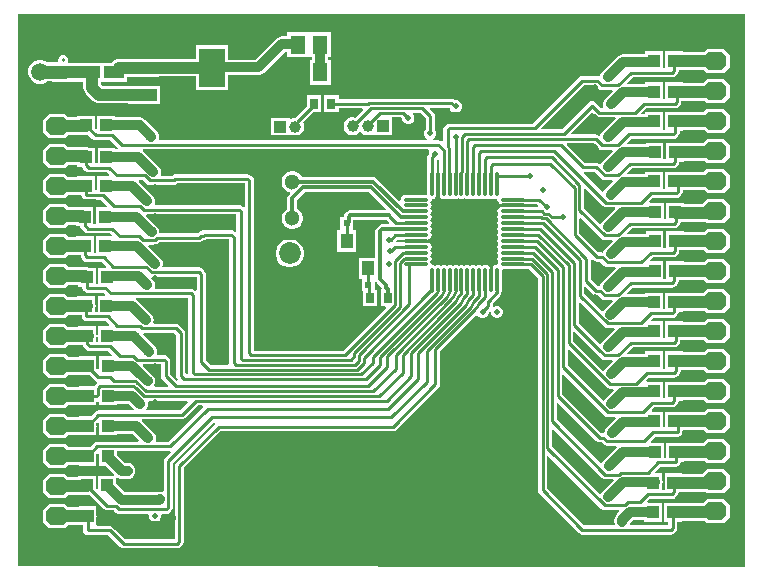
<source format=gtl>
G04*
G04 #@! TF.GenerationSoftware,Altium Limited,Altium Designer,23.10.1 (27)*
G04*
G04 Layer_Physical_Order=1*
G04 Layer_Color=255*
%FSLAX44Y44*%
%MOMM*%
G71*
G04*
G04 #@! TF.SameCoordinates,EDDF8714-B4F6-4BBB-B34A-9CA9A18AB3C3*
G04*
G04*
G04 #@! TF.FilePolarity,Positive*
G04*
G01*
G75*
%ADD13C,0.2540*%
%ADD17R,1.0000X1.1000*%
%ADD18R,0.7000X0.9000*%
%ADD19O,0.3000X2.1000*%
%ADD20O,2.1000X0.3000*%
%ADD21R,1.1000X1.3000*%
%ADD22R,0.6000X0.5000*%
%ADD23R,1.3000X1.6000*%
%ADD24R,2.2000X3.3000*%
%ADD25R,2.2000X1.0000*%
%ADD26R,1.7000X1.1000*%
%ADD47C,0.8130*%
%ADD48C,1.0922*%
%ADD49C,1.0000*%
%ADD50C,0.9906*%
%ADD51C,0.8128*%
%ADD52C,0.2997*%
G04:AMPARAMS|DCode=53|XSize=1.905mm|YSize=1.524mm|CornerRadius=0mm|HoleSize=0mm|Usage=FLASHONLY|Rotation=180.000|XOffset=0mm|YOffset=0mm|HoleType=Round|Shape=Octagon|*
%AMOCTAGOND53*
4,1,8,-0.9525,0.3810,-0.9525,-0.3810,-0.5715,-0.7620,0.5715,-0.7620,0.9525,-0.3810,0.9525,0.3810,0.5715,0.7620,-0.5715,0.7620,-0.9525,0.3810,0.0*
%
%ADD53OCTAGOND53*%

%ADD54C,1.3000*%
%ADD55C,1.8500*%
%ADD56R,1.8500X1.8500*%
%ADD57C,1.0000*%
%ADD58R,1.0000X1.0000*%
%ADD59C,1.5000*%
%ADD60R,1.5000X1.5000*%
%ADD61C,0.5080*%
%ADD62C,1.2700*%
G36*
X623259Y395308D02*
X623486Y393584D01*
X623771Y392895D01*
X623486Y392206D01*
X623259Y390482D01*
Y133095D01*
X623259Y44398D01*
X622360Y43501D01*
X8185Y44523D01*
Y511753D01*
X623259D01*
Y395308D01*
D02*
G37*
%LPC*%
G36*
X605409Y482346D02*
X591439D01*
X589138Y480045D01*
X571030D01*
Y480480D01*
X555950D01*
Y466165D01*
X554030D01*
Y480480D01*
X538950D01*
Y477578D01*
X520192D01*
X518468Y477351D01*
X516861Y476685D01*
X515481Y475627D01*
X502781Y462927D01*
X501722Y461547D01*
X501057Y459940D01*
X501031Y459741D01*
X499663Y459080D01*
X498525Y459307D01*
X485845D01*
X484358Y459011D01*
X483098Y458169D01*
X443849Y418921D01*
X373344D01*
X371857Y418625D01*
X370597Y417783D01*
X369109Y416295D01*
X368267Y415035D01*
X367971Y413548D01*
Y404230D01*
X367256Y403933D01*
X366701Y403831D01*
X365469Y404655D01*
X363982Y404951D01*
X359794D01*
X359541Y406221D01*
X360002Y406411D01*
X361431Y407840D01*
X362204Y409707D01*
Y411729D01*
X361431Y413596D01*
X361009Y414018D01*
Y425232D01*
X360713Y426719D01*
X359871Y427979D01*
X356536Y431314D01*
X357022Y432487D01*
X373370D01*
X373444Y432413D01*
X374153Y430700D01*
X375582Y429271D01*
X377449Y428498D01*
X379470D01*
X381338Y429271D01*
X382767Y430700D01*
X383540Y432567D01*
Y434589D01*
X382767Y436456D01*
X381338Y437885D01*
X379470Y438658D01*
X378186D01*
X377725Y439119D01*
X376465Y439961D01*
X374979Y440257D01*
X305149D01*
X303662Y439961D01*
X303344Y439749D01*
X279478D01*
Y442904D01*
X267398D01*
Y428824D01*
X279478D01*
Y431979D01*
X299350D01*
X299836Y430806D01*
X293162Y424131D01*
X292331Y424354D01*
X290345D01*
X288428Y423840D01*
X286708Y422848D01*
X285305Y421444D01*
X284312Y419724D01*
X283798Y417807D01*
Y415821D01*
X284312Y413904D01*
X285305Y412184D01*
X286708Y410780D01*
X288428Y409788D01*
X290345Y409274D01*
X292331D01*
X294248Y409788D01*
X295968Y410780D01*
X296843Y411656D01*
X297688Y412040D01*
X298533Y411656D01*
X299408Y410780D01*
X301128Y409788D01*
X303045Y409274D01*
X305031D01*
X306948Y409788D01*
X307928Y410353D01*
X309198Y409620D01*
Y409274D01*
X324278D01*
Y424354D01*
X325546Y424359D01*
X332401D01*
X333502Y423258D01*
Y422662D01*
X334275Y420794D01*
X335704Y419365D01*
X337571Y418592D01*
X339593D01*
X341460Y419365D01*
X342889Y420794D01*
X343662Y422662D01*
Y424683D01*
X342889Y426550D01*
X342285Y427153D01*
X342811Y428423D01*
X348439D01*
X353239Y423623D01*
Y414018D01*
X352817Y413596D01*
X352044Y411729D01*
Y409707D01*
X352817Y407840D01*
X354246Y406411D01*
X354707Y406221D01*
X354454Y404951D01*
X128113D01*
X127312Y405951D01*
X127341Y406221D01*
X127565Y407925D01*
X127338Y409649D01*
X126672Y411256D01*
X125614Y412636D01*
X115963Y422287D01*
X114583Y423345D01*
X112976Y424011D01*
X111252Y424238D01*
X90208D01*
Y425616D01*
X75128D01*
Y415162D01*
X73916Y414628D01*
X73208Y415196D01*
Y425616D01*
X58128D01*
Y424673D01*
X50688D01*
X48133Y427228D01*
X34163D01*
X29083Y422148D01*
Y411988D01*
X34163Y406908D01*
X48133D01*
X50688Y409463D01*
X65414D01*
X65969Y409536D01*
X67714D01*
X70926Y406324D01*
X72187Y405482D01*
X73673Y405186D01*
X86144D01*
X92746Y398584D01*
X92439Y397541D01*
X92272Y397314D01*
X90462D01*
Y398692D01*
X75382D01*
Y385647D01*
X73462D01*
Y398692D01*
X68160D01*
X67382Y399014D01*
X65414Y399273D01*
X50688D01*
X48133Y401828D01*
X34163D01*
X29083Y396748D01*
Y386588D01*
X34163Y381508D01*
X48133D01*
X50688Y384063D01*
X58382D01*
Y382612D01*
X62244D01*
X62333Y382162D01*
X63175Y380902D01*
X65062Y379015D01*
X66322Y378173D01*
X67809Y377877D01*
X83253D01*
X85395Y375735D01*
X84909Y374562D01*
X74874D01*
Y362642D01*
X72954D01*
Y365774D01*
X73019Y366268D01*
X72954Y366762D01*
Y374562D01*
X57874D01*
Y373873D01*
X50688D01*
X48133Y376428D01*
X34163D01*
X29083Y371348D01*
Y361188D01*
X34163Y356108D01*
X48133D01*
X50688Y358663D01*
X57874D01*
Y358482D01*
X61584D01*
X61825Y357270D01*
X62667Y356010D01*
X63928Y355168D01*
X65414Y354872D01*
X74421D01*
X74770Y354639D01*
X76257Y354343D01*
X78567D01*
X83337Y349573D01*
X82851Y348400D01*
X73858D01*
Y333831D01*
X71938D01*
Y348400D01*
X56858D01*
Y348219D01*
X50942D01*
X48133Y351028D01*
X34163D01*
X29083Y345948D01*
Y335788D01*
X34163Y330708D01*
X48133D01*
X50434Y333009D01*
X56858D01*
Y332320D01*
X60611D01*
X60809Y331321D01*
X61651Y330061D01*
X64513Y327199D01*
X65774Y326357D01*
X67260Y326061D01*
X86187D01*
X87567Y324681D01*
X87081Y323508D01*
X74366D01*
Y309701D01*
X72446D01*
Y323508D01*
X57366D01*
Y322819D01*
X50942D01*
X48133Y325628D01*
X34163D01*
X29083Y320548D01*
Y310388D01*
X34163Y305308D01*
X48133D01*
X50434Y307609D01*
X57366D01*
Y307428D01*
X61026D01*
X61317Y305962D01*
X62159Y304702D01*
X63792Y303069D01*
X65052Y302227D01*
X66539Y301931D01*
X78909D01*
X82829Y298011D01*
X82343Y296838D01*
X75890D01*
Y283539D01*
X73970D01*
Y296838D01*
X68180D01*
X67132Y297272D01*
X65163Y297532D01*
X50829D01*
X48133Y300228D01*
X34163D01*
X29083Y295148D01*
Y284988D01*
X34163Y279908D01*
X48133D01*
X50546Y282321D01*
X58890D01*
Y280758D01*
X62545D01*
Y279908D01*
X62841Y278421D01*
X63683Y277161D01*
X63937Y276907D01*
X65198Y276065D01*
X66684Y275769D01*
X80433D01*
X82067Y274135D01*
X81581Y272962D01*
X75382D01*
Y259663D01*
X73462D01*
Y262555D01*
X73522Y262700D01*
X73781Y264668D01*
X73522Y266636D01*
X73462Y266781D01*
Y272962D01*
X58382D01*
Y272273D01*
X50688D01*
X48133Y274828D01*
X34163D01*
X29083Y269748D01*
Y259588D01*
X34163Y254508D01*
X48133D01*
X50688Y257063D01*
X58382D01*
Y256882D01*
X62038D01*
Y256032D01*
X62333Y254545D01*
X63175Y253285D01*
X63429Y253031D01*
X64690Y252189D01*
X66176Y251893D01*
X82211D01*
X85369Y248735D01*
X84883Y247562D01*
X76144D01*
Y234263D01*
X74224D01*
Y237155D01*
X74284Y237300D01*
X74543Y239268D01*
X74284Y241236D01*
X74224Y241381D01*
Y247562D01*
X59144D01*
Y246873D01*
X50688D01*
X48133Y249428D01*
X34163D01*
X29083Y244348D01*
Y234188D01*
X34163Y229108D01*
X48133D01*
X50688Y231663D01*
X59144D01*
Y231482D01*
X62972D01*
X63095Y230865D01*
X63937Y229604D01*
X65910Y227631D01*
X67171Y226789D01*
X68657Y226493D01*
X84497D01*
X87909Y223081D01*
X87423Y221908D01*
X76398D01*
Y211454D01*
X75186Y210920D01*
X74478Y211488D01*
Y221908D01*
X59398D01*
Y221332D01*
X50829D01*
X48133Y224028D01*
X34163D01*
X29083Y218948D01*
Y208788D01*
X34163Y203708D01*
X48133D01*
X50546Y206122D01*
X59398D01*
Y205828D01*
X68984D01*
X73398Y201414D01*
X74499Y200679D01*
X74670Y200305D01*
X74694Y200184D01*
X74778Y199253D01*
X73397Y197872D01*
X72555Y196612D01*
X72534Y196508D01*
X59398D01*
Y196073D01*
X50688D01*
X48133Y198628D01*
X34163D01*
X29083Y193548D01*
Y183388D01*
X34163Y178308D01*
X48133D01*
X50688Y180863D01*
X59398D01*
Y180428D01*
X74478D01*
Y183568D01*
X75251Y183934D01*
X76398Y183139D01*
Y180428D01*
X91478D01*
Y181806D01*
X102142D01*
X106328Y177621D01*
X105802Y176351D01*
X76082D01*
X74596Y176055D01*
X73335Y175213D01*
X69484Y171362D01*
X59398D01*
Y170673D01*
X50688D01*
X48133Y173228D01*
X34163D01*
X29083Y168148D01*
Y157988D01*
X34163Y152908D01*
X48133D01*
X50688Y155463D01*
X59398D01*
Y155282D01*
X74478D01*
Y162575D01*
X74543Y163068D01*
X74478Y163561D01*
Y165202D01*
X75186Y165770D01*
X76398Y165236D01*
Y155282D01*
X91478D01*
Y156406D01*
X104937D01*
X110489Y150854D01*
X110002Y149681D01*
X75320D01*
X73833Y149385D01*
X72573Y148543D01*
X69484Y145454D01*
X59398D01*
Y145132D01*
X50829D01*
X48133Y147828D01*
X34163D01*
X29083Y142748D01*
Y132588D01*
X34163Y127508D01*
X48133D01*
X50546Y129922D01*
X59398D01*
Y129374D01*
X74478D01*
Y139294D01*
X75186Y139862D01*
X76398Y139328D01*
Y129374D01*
X82057D01*
X89441Y121989D01*
X88955Y120816D01*
X76144D01*
Y110362D01*
X74932Y109828D01*
X74224Y110396D01*
Y120816D01*
X59144D01*
Y119873D01*
X50688D01*
X48133Y122428D01*
X34163D01*
X29083Y117348D01*
Y107188D01*
X34163Y102108D01*
X48133D01*
X50688Y104663D01*
X66176D01*
X66731Y104736D01*
X68730D01*
X81051Y92415D01*
X82311Y91573D01*
X83798Y91277D01*
X89489D01*
X91057Y89709D01*
X92317Y88867D01*
X93804Y88571D01*
X118493D01*
X119126Y87624D01*
Y85604D01*
X119899Y83736D01*
X121328Y82307D01*
X123195Y81534D01*
X125217D01*
X127084Y82307D01*
X128513Y83736D01*
X129286Y85604D01*
Y87624D01*
X129919Y88571D01*
X133641D01*
X135128Y88867D01*
X136388Y89709D01*
X137876Y91197D01*
X138718Y92457D01*
X139014Y93944D01*
Y131488D01*
X173801Y166275D01*
X174454Y166180D01*
X174710Y165697D01*
X174840Y164840D01*
X141779Y131779D01*
X140937Y130519D01*
X140641Y129032D01*
Y67131D01*
X98969D01*
X88677Y77423D01*
X87416Y78265D01*
X85930Y78561D01*
X75637D01*
X74478Y78828D01*
Y86374D01*
X74543Y86868D01*
X74478Y87362D01*
Y94908D01*
X59398D01*
Y94473D01*
X50688D01*
X48133Y97028D01*
X34163D01*
X29083Y91948D01*
Y81788D01*
X34163Y76708D01*
X48133D01*
X50688Y79263D01*
X59398D01*
Y78828D01*
X63053D01*
Y74676D01*
X63349Y73189D01*
X64191Y71929D01*
X65451Y71087D01*
X66938Y70791D01*
X84321D01*
X94613Y60499D01*
X95873Y59657D01*
X97360Y59361D01*
X143038D01*
X144525Y59657D01*
X145785Y60499D01*
X147273Y61987D01*
X148115Y63247D01*
X148411Y64734D01*
Y127423D01*
X179409Y158421D01*
X325374D01*
X326861Y158717D01*
X328121Y159559D01*
X364189Y195627D01*
X365031Y196887D01*
X365327Y198374D01*
Y226525D01*
X395696Y256895D01*
X396942Y256647D01*
X397021Y256456D01*
X398450Y255027D01*
X400317Y254253D01*
X402338D01*
X404206Y255027D01*
X405635Y256456D01*
X406408Y258323D01*
Y259685D01*
X407243Y260519D01*
X408440Y259921D01*
Y258323D01*
X409213Y256456D01*
X410642Y255027D01*
X412509Y254253D01*
X414530D01*
X416398Y255027D01*
X417827Y256456D01*
X418600Y258323D01*
Y260344D01*
X417827Y262211D01*
X416398Y263640D01*
X414530Y264413D01*
X412509D01*
X411117Y263837D01*
X409982Y264639D01*
X410039Y264925D01*
Y267210D01*
X416179Y273350D01*
X417021Y274610D01*
X417197Y275496D01*
X417323Y275685D01*
X417637Y277261D01*
Y294423D01*
X417927Y295352D01*
X418856Y295642D01*
X436018D01*
X437197Y295877D01*
X440817D01*
X448235Y288459D01*
Y108664D01*
X448531Y107177D01*
X449373Y105917D01*
X483107Y72183D01*
X484367Y71341D01*
X485854Y71045D01*
X560986D01*
X562472Y71341D01*
X563733Y72183D01*
X565221Y73671D01*
X566063Y74931D01*
X566358Y76418D01*
Y82130D01*
X570014D01*
Y82565D01*
X589900D01*
X591439Y81026D01*
X605409D01*
X610489Y86106D01*
Y96266D01*
X605409Y101346D01*
X591439D01*
X587868Y97775D01*
X570014D01*
Y98210D01*
X554934D01*
Y90664D01*
X554869Y90170D01*
X554934Y89676D01*
Y82130D01*
X558589D01*
Y78815D01*
X526639D01*
X525934Y79871D01*
X526119Y80318D01*
X526197Y80912D01*
X528629Y83343D01*
X537934D01*
Y82130D01*
X553014D01*
Y88817D01*
X553179Y89216D01*
X553406Y90940D01*
Y91440D01*
X553179Y93164D01*
X553014Y93563D01*
Y98210D01*
X541315D01*
X540829Y99383D01*
X542717Y101271D01*
X561724D01*
X563211Y101567D01*
X564471Y102409D01*
X566373Y104311D01*
X567215Y105571D01*
X567453Y106768D01*
X570522D01*
Y107203D01*
X590662D01*
X591439Y106426D01*
X605409D01*
X610489Y111506D01*
Y121666D01*
X605409Y126746D01*
X591439D01*
X587106Y122413D01*
X570522D01*
Y122848D01*
X555442D01*
Y109041D01*
X553522D01*
Y113193D01*
X553687Y113592D01*
X553914Y115316D01*
X553687Y117040D01*
X553522Y117439D01*
Y122848D01*
X547825D01*
X547339Y124021D01*
X551808Y128490D01*
X565150D01*
X566637Y128786D01*
X567897Y129628D01*
X568739Y130888D01*
X569035Y132375D01*
Y132930D01*
X571792D01*
Y133619D01*
X589646D01*
X591439Y131826D01*
X605409D01*
X610489Y136906D01*
Y147066D01*
X605409Y152146D01*
X591439D01*
X588122Y148829D01*
X571792D01*
Y149010D01*
X556712D01*
Y141718D01*
X556647Y141224D01*
X556712Y140730D01*
Y136259D01*
X554792D01*
Y149010D01*
X544275D01*
X543789Y150183D01*
X547623Y154017D01*
X566674D01*
X568161Y154313D01*
X569421Y155155D01*
X570263Y156415D01*
X570559Y157902D01*
Y159092D01*
X571284D01*
Y160035D01*
X588630D01*
X591439Y157226D01*
X605409D01*
X610489Y162306D01*
Y172466D01*
X605409Y177546D01*
X591439D01*
X589138Y175245D01*
X567808D01*
X567253Y175172D01*
X556204D01*
Y161786D01*
X554284D01*
Y175172D01*
X544910D01*
X544424Y176345D01*
X546820Y178741D01*
X562138D01*
X563625Y179037D01*
X564885Y179879D01*
X566373Y181367D01*
X567215Y182627D01*
X567511Y184114D01*
Y184238D01*
X571030D01*
Y184927D01*
X589138D01*
X591439Y182626D01*
X605409D01*
X610489Y187706D01*
Y197866D01*
X605409Y202946D01*
X591439D01*
X588630Y200137D01*
X571030D01*
Y200318D01*
X555950D01*
Y186511D01*
X554030D01*
Y200318D01*
X540601D01*
X540075Y201588D01*
X542374Y203887D01*
X563662D01*
X565149Y204183D01*
X566409Y205025D01*
X567897Y206513D01*
X568739Y207773D01*
X569035Y209260D01*
Y210146D01*
X570776D01*
Y210581D01*
X588884D01*
X591439Y208026D01*
X605409D01*
X610489Y213106D01*
Y223266D01*
X605409Y228346D01*
X591439D01*
X588884Y225791D01*
X570776D01*
Y226226D01*
X555696D01*
Y211657D01*
X553776D01*
Y215868D01*
X553914Y216916D01*
X553776Y217964D01*
Y226226D01*
X538696D01*
Y223578D01*
X524307D01*
X523821Y224751D01*
X528865Y229795D01*
X563408D01*
X564895Y230091D01*
X566155Y230933D01*
X567643Y232421D01*
X568485Y233681D01*
X568781Y235168D01*
Y235546D01*
X570776D01*
Y236235D01*
X588630D01*
X591439Y233426D01*
X605409D01*
X610489Y238506D01*
Y248666D01*
X605409Y253746D01*
X591439D01*
X589138Y251445D01*
X570776D01*
Y251626D01*
X555696D01*
Y237565D01*
X553776D01*
Y241268D01*
X553914Y242316D01*
X553776Y243364D01*
Y251626D01*
X544275D01*
X543789Y252799D01*
X545423Y254433D01*
X562002D01*
X563489Y254729D01*
X564749Y255571D01*
X566237Y257059D01*
X567079Y258319D01*
X567374Y259806D01*
Y259930D01*
X571030D01*
Y260365D01*
X589900D01*
X591439Y258826D01*
X605409D01*
X610489Y263906D01*
Y274066D01*
X605409Y279146D01*
X591439D01*
X587868Y275575D01*
X571030D01*
Y276010D01*
X555950D01*
Y262203D01*
X554030D01*
Y276010D01*
X538950D01*
Y274378D01*
X524307D01*
X523821Y275551D01*
X528357Y280087D01*
X562138D01*
X563625Y280383D01*
X564885Y281225D01*
X566373Y282713D01*
X567215Y283973D01*
X567511Y285460D01*
Y286346D01*
X571538D01*
Y287035D01*
X588630D01*
X591439Y284226D01*
X605409D01*
X610489Y289306D01*
Y299466D01*
X605409Y304546D01*
X591439D01*
X589138Y302245D01*
X571538D01*
Y302426D01*
X556458D01*
Y287857D01*
X554538D01*
Y302426D01*
X543871D01*
X543385Y303599D01*
X545781Y305995D01*
X562510D01*
X563997Y306291D01*
X565257Y307133D01*
X566745Y308621D01*
X567587Y309881D01*
X567882Y311368D01*
Y311746D01*
X571538D01*
Y312435D01*
X588630D01*
X591439Y309626D01*
X605409D01*
X610489Y314706D01*
Y324866D01*
X605409Y329946D01*
X591439D01*
X589138Y327645D01*
X571538D01*
Y327826D01*
X556458D01*
Y313765D01*
X554538D01*
Y327826D01*
X539458D01*
Y325178D01*
X524307D01*
X523821Y326351D01*
X527849Y330379D01*
X563662D01*
X565149Y330675D01*
X566409Y331517D01*
X567897Y333005D01*
X568739Y334265D01*
X569035Y335752D01*
Y335876D01*
X571792D01*
Y336057D01*
X590408D01*
X591439Y335026D01*
X605409D01*
X610489Y340106D01*
Y350266D01*
X605409Y355346D01*
X591439D01*
X587360Y351267D01*
X571792D01*
Y351956D01*
X556712D01*
Y338149D01*
X554792D01*
Y351956D01*
X542762D01*
X542276Y353129D01*
X545180Y356033D01*
X565440D01*
X566927Y356329D01*
X568187Y357171D01*
X569675Y358659D01*
X570517Y359919D01*
X570813Y361406D01*
Y362292D01*
X571284D01*
Y362473D01*
X589392D01*
X591439Y360426D01*
X605409D01*
X610489Y365506D01*
Y375666D01*
X605409Y380746D01*
X591439D01*
X588376Y377683D01*
X571284D01*
Y378372D01*
X556204D01*
Y363803D01*
X554284D01*
Y378372D01*
X539204D01*
Y375978D01*
X524307D01*
X523821Y377151D01*
X527849Y381179D01*
X562510D01*
X563997Y381475D01*
X565257Y382317D01*
X566745Y383805D01*
X567587Y385065D01*
X567882Y386552D01*
Y386930D01*
X571538D01*
Y387619D01*
X589646D01*
X591439Y385826D01*
X605409D01*
X610489Y390906D01*
Y401066D01*
X605409Y406146D01*
X591439D01*
X588122Y402829D01*
X571538D01*
Y403010D01*
X556458D01*
Y388949D01*
X554538D01*
Y403010D01*
X539458D01*
Y401378D01*
X524307D01*
X523821Y402551D01*
X527341Y406071D01*
X562900D01*
X564387Y406367D01*
X565647Y407209D01*
X567135Y408697D01*
X567977Y409957D01*
X568273Y411444D01*
Y412838D01*
X571030D01*
Y413273D01*
X589392D01*
X591439Y411226D01*
X605409D01*
X610489Y416306D01*
Y426466D01*
X605409Y431546D01*
X591439D01*
X588376Y428483D01*
X571030D01*
Y428918D01*
X555950D01*
Y413841D01*
X554030D01*
Y428918D01*
X538950D01*
Y426778D01*
X536250D01*
X535764Y427951D01*
X539792Y431979D01*
X564170D01*
X565657Y432275D01*
X566917Y433117D01*
X568405Y434605D01*
X569247Y435865D01*
X569543Y437352D01*
Y437984D01*
X571284D01*
Y438165D01*
X589900D01*
X591439Y436626D01*
X605409D01*
X610489Y441706D01*
Y451866D01*
X605409Y456946D01*
X591439D01*
X587868Y453375D01*
X571284D01*
Y454064D01*
X556204D01*
Y439749D01*
X554284D01*
Y454064D01*
X539204D01*
Y452178D01*
X524307D01*
X523821Y453351D01*
X528865Y458395D01*
X562138D01*
X563625Y458691D01*
X564885Y459533D01*
X566373Y461021D01*
X567215Y462281D01*
X567511Y463768D01*
Y464400D01*
X571030D01*
Y464835D01*
X588630D01*
X591439Y462026D01*
X605409D01*
X610489Y467106D01*
Y477266D01*
X605409Y482346D01*
D02*
G37*
G36*
X254962Y496442D02*
X254042D01*
X253692Y496442D01*
X235962D01*
Y492818D01*
X231134D01*
X229410Y492591D01*
X227803Y491926D01*
X226423Y490867D01*
X208815Y473259D01*
X186000D01*
Y485384D01*
X158920D01*
Y474054D01*
X93402D01*
X91446Y473796D01*
X89623Y473041D01*
X88058Y471840D01*
X87057Y470536D01*
X68766D01*
X68282Y470600D01*
X67798Y470536D01*
X67242D01*
X66758Y470600D01*
X51042D01*
X50772Y470827D01*
X50134Y471772D01*
X50361Y472910D01*
X50065Y474397D01*
X49223Y475657D01*
X48677Y476203D01*
X47417Y477045D01*
X45930Y477341D01*
X44443Y477045D01*
X43183Y476203D01*
X42341Y474943D01*
X42045Y473456D01*
X42259Y472382D01*
X41503Y471112D01*
X32766D01*
X30539Y472398D01*
X27986Y473082D01*
X25342D01*
X22789Y472398D01*
X20499Y471076D01*
X18630Y469207D01*
X17308Y466917D01*
X16624Y464364D01*
Y461720D01*
X17308Y459167D01*
X18630Y456877D01*
X20499Y455008D01*
X22789Y453686D01*
X25342Y453002D01*
X27986D01*
X30539Y453686D01*
X32766Y454972D01*
X37214D01*
Y454456D01*
X63415D01*
Y449439D01*
X63672Y447483D01*
X64427Y445660D01*
X65628Y444095D01*
X71431Y438292D01*
X72997Y437091D01*
X74819Y436336D01*
X76775Y436078D01*
X100760D01*
Y435944D01*
X127840D01*
Y451024D01*
X114821D01*
X113532Y451194D01*
X79906D01*
X78530Y452569D01*
Y454456D01*
X100442D01*
Y458804D01*
X127500D01*
Y458938D01*
X158920D01*
Y447304D01*
X186000D01*
Y459937D01*
X211569D01*
X211576Y459936D01*
X213300Y460163D01*
X214907Y460829D01*
X216287Y461887D01*
X233894Y479494D01*
X235962D01*
Y475362D01*
X253692D01*
X254042Y475362D01*
X254962D01*
X255312Y475362D01*
X257340D01*
Y473074D01*
X254962D01*
Y451994D01*
X273042D01*
Y473074D01*
X270664D01*
Y475362D01*
X273042D01*
Y496442D01*
X255312D01*
X254962Y496442D01*
D02*
G37*
G36*
X264478Y442904D02*
X252398D01*
Y434318D01*
X242180Y424100D01*
X241831D01*
X239914Y423586D01*
X238934Y423021D01*
X237664Y423754D01*
Y424100D01*
X222584D01*
Y409020D01*
X237664D01*
Y409366D01*
X238934Y410099D01*
X239914Y409534D01*
X241831Y409020D01*
X243817D01*
X245734Y409534D01*
X247454Y410527D01*
X248857Y411930D01*
X249850Y413650D01*
X250364Y415567D01*
Y417553D01*
X249850Y419470D01*
X249370Y420302D01*
X257892Y428824D01*
X264478D01*
Y442904D01*
D02*
G37*
%LPD*%
G36*
X499844Y448610D02*
X501104Y447768D01*
X502590Y447472D01*
X511068D01*
X511553Y446299D01*
X505200Y439946D01*
X504142Y438566D01*
X503476Y436959D01*
X503249Y435235D01*
X503474Y433531D01*
X503481Y433458D01*
X502673Y432485D01*
X501617Y432425D01*
X496954Y437087D01*
X495694Y437929D01*
X494207Y438225D01*
X492721Y437929D01*
X491460Y437087D01*
X468468Y414095D01*
X451670D01*
X451184Y415268D01*
X487454Y451537D01*
X496916D01*
X499844Y448610D01*
D02*
G37*
G36*
X497424Y425629D02*
X498685Y424787D01*
X500171Y424492D01*
X513487D01*
X513973Y423318D01*
X502781Y412127D01*
X501722Y410747D01*
X501127Y409310D01*
X499884Y408757D01*
X499748Y408893D01*
X498488Y409735D01*
X497001Y410031D01*
X477051D01*
X476565Y411204D01*
X494207Y428846D01*
X497424Y425629D01*
D02*
G37*
G36*
X499844Y397810D02*
X501104Y396968D01*
X502590Y396672D01*
X511068D01*
X511553Y395499D01*
X502781Y386727D01*
X501735Y385363D01*
X501592Y385187D01*
X500200Y384989D01*
X499278Y385605D01*
X497792Y385901D01*
X487765D01*
X472578Y401088D01*
X473064Y402261D01*
X495392D01*
X499844Y397810D01*
D02*
G37*
G36*
X501904Y372410D02*
X503164Y371568D01*
X504651Y371272D01*
X511068D01*
X511553Y370099D01*
X505045Y363591D01*
X503986Y362211D01*
X503792Y361740D01*
X502294Y361442D01*
X486875Y376861D01*
X487401Y378131D01*
X496183D01*
X501904Y372410D01*
D02*
G37*
G36*
X356360Y395911D02*
X355862Y394710D01*
Y393426D01*
X355771Y393335D01*
X354929Y392075D01*
X354633Y390588D01*
Y378440D01*
X354399Y377261D01*
Y360100D01*
X354109Y359171D01*
X353180Y358881D01*
X336018D01*
X334442Y358567D01*
X333105Y357674D01*
X332212Y356338D01*
X331899Y354761D01*
X332048Y354013D01*
X330877Y353387D01*
X311524Y372741D01*
X310188Y373634D01*
X308612Y373947D01*
X308612Y373947D01*
X248353D01*
X247526Y375380D01*
X245843Y377063D01*
X243781Y378253D01*
X241482Y378869D01*
X239102D01*
X236803Y378253D01*
X234741Y377063D01*
X233058Y375380D01*
X231868Y373319D01*
X231252Y371020D01*
Y368639D01*
X231868Y366340D01*
X233058Y364279D01*
X234741Y362596D01*
X236803Y361405D01*
X237924Y361105D01*
X238304Y359688D01*
X237380Y358765D01*
X236488Y357429D01*
X236174Y355853D01*
X236174Y355853D01*
Y346890D01*
X234741Y346063D01*
X233058Y344380D01*
X231868Y342319D01*
X231252Y340020D01*
Y337639D01*
X231868Y335340D01*
X233058Y333279D01*
X234741Y331596D01*
X236803Y330406D01*
X239102Y329789D01*
X241482D01*
X243781Y330406D01*
X245843Y331596D01*
X247526Y333279D01*
X248716Y335340D01*
X249332Y337639D01*
Y340020D01*
X248716Y342319D01*
X247526Y344380D01*
X245843Y346063D01*
X244410Y346890D01*
Y354148D01*
X251452Y361190D01*
X305034D01*
X319558Y346666D01*
X319072Y345493D01*
X289181D01*
X287605Y345180D01*
X286269Y344287D01*
X286269Y344287D01*
X285000Y343017D01*
X284107Y341682D01*
X283794Y340106D01*
X282579Y339811D01*
X280870D01*
Y329731D01*
X280870D01*
X280435Y328641D01*
X278370D01*
Y310561D01*
X294450D01*
Y328641D01*
X292385D01*
X291950Y329731D01*
X291950D01*
Y335375D01*
X292029Y335773D01*
Y337258D01*
X320196D01*
X322405Y335048D01*
X321919Y333875D01*
X316470D01*
X316470Y333875D01*
X314894Y333562D01*
X313558Y332669D01*
X313558Y332669D01*
X311802Y330913D01*
X310910Y329577D01*
X310596Y328002D01*
X310596Y328002D01*
Y305641D01*
X296370D01*
Y287561D01*
X298870D01*
Y277661D01*
X300158D01*
Y264231D01*
X312238D01*
Y278311D01*
X309950D01*
Y284982D01*
X311220Y285367D01*
X311802Y284496D01*
X315753Y280546D01*
Y279995D01*
X315752Y279994D01*
X315835Y279581D01*
X315158Y278311D01*
X315158D01*
Y264231D01*
X318956D01*
X319442Y263058D01*
X283281Y226897D01*
X207847D01*
Y370876D01*
X207551Y372363D01*
X206709Y373623D01*
X205221Y375111D01*
X203961Y375953D01*
X202474Y376249D01*
X141018D01*
X139531Y375953D01*
X138271Y375111D01*
X138115Y374955D01*
X129661D01*
X128860Y375955D01*
X128889Y376225D01*
X129113Y377929D01*
X128886Y379653D01*
X128221Y381260D01*
X127162Y382640D01*
X114439Y395363D01*
X113724Y395911D01*
X114155Y397181D01*
X355580D01*
X356360Y395911D01*
D02*
G37*
G36*
X364633Y388547D02*
Y378440D01*
X364399Y377261D01*
Y359261D01*
X364712Y357685D01*
X365605Y356349D01*
X366942Y355456D01*
X368518Y355142D01*
X370094Y355456D01*
X371018Y356073D01*
X371942Y355456D01*
X373518Y355142D01*
X375094Y355456D01*
X376018Y356073D01*
X376942Y355456D01*
X378518Y355142D01*
X380094Y355456D01*
X381018Y356073D01*
X381942Y355456D01*
X383518Y355142D01*
X385094Y355456D01*
X386018Y356073D01*
X386942Y355456D01*
X388518Y355142D01*
X390094Y355456D01*
X391018Y356073D01*
X391942Y355456D01*
X393518Y355142D01*
X395094Y355456D01*
X396018Y356073D01*
X396942Y355456D01*
X398518Y355142D01*
X400094Y355456D01*
X401018Y356073D01*
X401942Y355456D01*
X403518Y355142D01*
X405094Y355456D01*
X406018Y356073D01*
X406942Y355456D01*
X408518Y355142D01*
X410094Y355456D01*
X411018Y356073D01*
X411942Y355456D01*
X413518Y355142D01*
X413899Y354761D01*
X414212Y353185D01*
X415105Y351849D01*
X416442Y350956D01*
X418018Y350642D01*
X436018D01*
X437177Y350873D01*
X447551D01*
X448604Y349819D01*
X448118Y348646D01*
X437197D01*
X436018Y348881D01*
X418018D01*
X416442Y348567D01*
X415105Y347674D01*
X414212Y346338D01*
X413899Y344761D01*
X414212Y343185D01*
X414829Y342261D01*
X414212Y341338D01*
X413899Y339761D01*
X414212Y338185D01*
X414830Y337261D01*
X414212Y336338D01*
X413899Y334761D01*
X414212Y333185D01*
X414829Y332261D01*
X414212Y331338D01*
X413899Y329761D01*
X414212Y328185D01*
X414829Y327261D01*
X414212Y326338D01*
X413899Y324761D01*
X414212Y323185D01*
X414830Y322261D01*
X414212Y321338D01*
X413899Y319761D01*
X414212Y318185D01*
X414829Y317261D01*
X414212Y316338D01*
X413899Y314761D01*
X414212Y313185D01*
X414830Y312261D01*
X414212Y311338D01*
X413899Y309761D01*
X414212Y308185D01*
X414829Y307261D01*
X414212Y306338D01*
X413899Y304761D01*
X414212Y303185D01*
X414829Y302261D01*
X414212Y301338D01*
X413899Y299761D01*
X413518Y299381D01*
X411942Y299067D01*
X410605Y298174D01*
X409712Y296838D01*
X409399Y295261D01*
Y278097D01*
X408904Y277584D01*
X408712Y277597D01*
X407637Y278293D01*
Y295261D01*
X407324Y296838D01*
X406431Y298174D01*
X405094Y299067D01*
X403518Y299381D01*
X401942Y299067D01*
X401018Y298450D01*
X400094Y299067D01*
X398518Y299381D01*
X396942Y299067D01*
X396018Y298450D01*
X395094Y299067D01*
X393518Y299381D01*
X391942Y299067D01*
X391018Y298450D01*
X390094Y299067D01*
X388518Y299381D01*
X386942Y299067D01*
X386018Y298450D01*
X385094Y299067D01*
X383518Y299381D01*
X381942Y299067D01*
X381018Y298450D01*
X380094Y299067D01*
X378518Y299381D01*
X376942Y299067D01*
X376018Y298450D01*
X375094Y299067D01*
X373518Y299381D01*
X371942Y299067D01*
X371018Y298450D01*
X370094Y299067D01*
X368518Y299381D01*
X366942Y299067D01*
X366018Y298450D01*
X365094Y299067D01*
X363518Y299381D01*
X361942Y299067D01*
X361018Y298450D01*
X360094Y299067D01*
X358518Y299381D01*
X358137Y299761D01*
X357824Y301338D01*
X357206Y302261D01*
X357824Y303185D01*
X358137Y304761D01*
X357824Y306338D01*
X357206Y307261D01*
X357824Y308185D01*
X358137Y309761D01*
X357824Y311338D01*
X357206Y312261D01*
X357824Y313185D01*
X358137Y314761D01*
X357824Y316338D01*
X356931Y317674D01*
X355594Y318567D01*
X354018Y318881D01*
X336018D01*
X334819Y318642D01*
X328702D01*
X328176Y319912D01*
X329136Y320873D01*
X334859D01*
X336018Y320642D01*
X354018D01*
X355594Y320956D01*
X356931Y321849D01*
X357824Y323185D01*
X358137Y324761D01*
X357824Y326338D01*
X357206Y327261D01*
X357824Y328185D01*
X358137Y329761D01*
X357824Y331338D01*
X357206Y332261D01*
X357824Y333185D01*
X358137Y334761D01*
X357824Y336338D01*
X357206Y337261D01*
X357824Y338185D01*
X358137Y339761D01*
X357824Y341338D01*
X357206Y342261D01*
X357824Y343185D01*
X358137Y344761D01*
X357824Y346338D01*
X357206Y347261D01*
X357824Y348185D01*
X358137Y349761D01*
X357824Y351338D01*
X357206Y352261D01*
X357824Y353185D01*
X358137Y354761D01*
X358518Y355142D01*
X360094Y355456D01*
X361431Y356349D01*
X362324Y357685D01*
X362637Y359261D01*
Y377261D01*
X362403Y378440D01*
Y388523D01*
X363547Y389109D01*
X364633Y388547D01*
D02*
G37*
G36*
X116863Y368323D02*
X118123Y367481D01*
X119610Y367185D01*
X139724D01*
X141211Y367481D01*
X142471Y368323D01*
X142627Y368479D01*
X200077D01*
Y348601D01*
X198807Y348075D01*
X197855Y349028D01*
X196595Y349870D01*
X195108Y350166D01*
X124732D01*
X123931Y351166D01*
X123960Y351436D01*
X124184Y353140D01*
X123957Y354864D01*
X123291Y356471D01*
X122233Y357851D01*
X110080Y370003D01*
X110606Y371273D01*
X113913D01*
X116863Y368323D01*
D02*
G37*
G36*
X503475Y349274D02*
X504735Y348432D01*
X506222Y348136D01*
X513331D01*
X513817Y346963D01*
X502781Y335927D01*
X501735Y334563D01*
X501564Y334352D01*
X500290Y334211D01*
X487247Y347255D01*
Y363843D01*
X488420Y364329D01*
X503475Y349274D01*
D02*
G37*
G36*
X192711Y328030D02*
X191538Y327544D01*
X191215Y327867D01*
X189955Y328709D01*
X188468Y329005D01*
X165934D01*
X164448Y328709D01*
X163316Y327953D01*
X162778D01*
X161291Y327657D01*
X160031Y326815D01*
X159427Y326211D01*
X128646D01*
X127826Y327146D01*
X127599Y328870D01*
X126933Y330477D01*
X125875Y331857D01*
X116508Y341223D01*
X116994Y342396D01*
X192711D01*
Y328030D01*
D02*
G37*
G36*
X501904Y321610D02*
X503164Y320768D01*
X504651Y320472D01*
X511068D01*
X511553Y319299D01*
X505363Y313109D01*
X504305Y311729D01*
X503639Y310122D01*
X503252Y309845D01*
X502702Y309955D01*
X499449D01*
X483183Y326221D01*
Y338672D01*
X484356Y339158D01*
X501904Y321610D01*
D02*
G37*
G36*
X495093Y303323D02*
X496353Y302481D01*
X497840Y302185D01*
X501093D01*
X504486Y298792D01*
X505746Y297950D01*
X507233Y297654D01*
X513649D01*
X514136Y296481D01*
X502781Y285127D01*
X501722Y283747D01*
X501057Y282140D01*
X501014Y281813D01*
X500586Y281507D01*
X498941D01*
X493089Y287359D01*
Y303532D01*
X494359Y304058D01*
X495093Y303323D01*
D02*
G37*
G36*
X159165Y278110D02*
X157895Y277584D01*
X157433Y278047D01*
X156173Y278889D01*
X154686Y279185D01*
X124847D01*
X124046Y280185D01*
X124075Y280455D01*
X124299Y282159D01*
X124072Y283883D01*
X123406Y285490D01*
X122348Y286870D01*
X120960Y288258D01*
X120976Y288387D01*
X121529Y289484D01*
X159165D01*
Y278110D01*
D02*
G37*
G36*
X494585Y274875D02*
X495845Y274033D01*
X497332Y273737D01*
X498977D01*
X501904Y270810D01*
X503164Y269968D01*
X504651Y269672D01*
X511068D01*
X511553Y268499D01*
X504915Y261860D01*
X503868Y260496D01*
X503698Y260285D01*
X502424Y260145D01*
X487501Y275068D01*
Y280300D01*
X488674Y280786D01*
X494585Y274875D01*
D02*
G37*
G36*
X504392Y247189D02*
X505652Y246347D01*
X507139Y246051D01*
X512846D01*
X513333Y244878D01*
X502781Y234327D01*
X501756Y232990D01*
X501572Y232803D01*
X500308Y232642D01*
X482675Y250275D01*
Y267247D01*
X483848Y267733D01*
X504392Y247189D01*
D02*
G37*
G36*
X186833Y216372D02*
X186912Y215975D01*
X185870Y214705D01*
X171340D01*
X166935Y219110D01*
Y291881D01*
X166639Y293368D01*
X165797Y294628D01*
X164309Y296116D01*
X163049Y296958D01*
X161562Y297254D01*
X131162D01*
X130361Y298254D01*
X130390Y298524D01*
X130614Y300228D01*
X130387Y301952D01*
X129721Y303559D01*
X128663Y304939D01*
X118372Y315229D01*
X118858Y316402D01*
X124005D01*
X125492Y316698D01*
X126752Y317540D01*
X127653Y318441D01*
X161036D01*
X162523Y318737D01*
X163783Y319579D01*
X164387Y320183D01*
X164882D01*
X166369Y320479D01*
X167501Y321235D01*
X186833D01*
Y216372D01*
D02*
G37*
G36*
X497789Y224173D02*
X497886Y224028D01*
X501904Y220010D01*
X503164Y219168D01*
X504651Y218872D01*
X511068D01*
X511553Y217699D01*
X505548Y211693D01*
X504501Y210329D01*
X504331Y210118D01*
X503057Y209978D01*
X478103Y234932D01*
Y242200D01*
X479276Y242686D01*
X497789Y224173D01*
D02*
G37*
G36*
X152289Y208244D02*
X152368Y207847D01*
X151566Y206869D01*
X150755Y206840D01*
X149681Y207885D01*
Y241554D01*
X149385Y243041D01*
X148543Y244301D01*
X144320Y248524D01*
X143060Y249366D01*
X141573Y249661D01*
X123383D01*
X122581Y250662D01*
X122610Y250931D01*
X122834Y252636D01*
X122607Y254360D01*
X121942Y255967D01*
X120883Y257346D01*
X108851Y269379D01*
X107852Y270145D01*
X108283Y271415D01*
X152289D01*
Y208244D01*
D02*
G37*
G36*
X141911Y239945D02*
Y205704D01*
X142207Y204217D01*
X143049Y202957D01*
X143482Y202524D01*
X143064Y201146D01*
X142740Y201081D01*
X136981Y206841D01*
Y217713D01*
X136685Y219200D01*
X135843Y220460D01*
X134355Y221948D01*
X133095Y222790D01*
X131608Y223086D01*
X126336D01*
X125535Y224086D01*
X125564Y224356D01*
X125788Y226060D01*
X125561Y227784D01*
X124895Y229391D01*
X123837Y230771D01*
X113986Y240622D01*
X114511Y241892D01*
X139964D01*
X141911Y239945D01*
D02*
G37*
G36*
X129211Y205232D02*
X129507Y203745D01*
X130349Y202485D01*
X135244Y197590D01*
X134758Y196417D01*
X124118D01*
X123595Y197687D01*
X124165Y199063D01*
X124392Y200788D01*
X124165Y202512D01*
X123499Y204119D01*
X122441Y205499D01*
X115900Y212039D01*
X114802Y212882D01*
X113540Y214143D01*
X114026Y215316D01*
X129211D01*
Y205232D01*
D02*
G37*
G36*
X506419Y195628D02*
X507679Y194786D01*
X509166Y194490D01*
X512085D01*
X512572Y193317D01*
X505514Y186259D01*
X504467Y184896D01*
X504297Y184685D01*
X503023Y184544D01*
X473277Y214290D01*
Y227111D01*
X474450Y227597D01*
X506419Y195628D01*
D02*
G37*
G36*
X152008Y183410D02*
X144949Y176351D01*
X117170D01*
X116574Y177621D01*
X117274Y178534D01*
X117940Y180141D01*
X118167Y181865D01*
X117976Y183313D01*
X118721Y184583D01*
X151522D01*
X152008Y183410D01*
D02*
G37*
G36*
X504828Y171751D02*
X506089Y170909D01*
X507575Y170613D01*
X513609D01*
X514095Y169440D01*
X506338Y161684D01*
X505280Y160304D01*
X504614Y158697D01*
X504543Y158161D01*
X503634Y157047D01*
X501989D01*
X468705Y190331D01*
Y206215D01*
X469878Y206702D01*
X504828Y171751D01*
D02*
G37*
G36*
X164708Y179346D02*
X135043Y149681D01*
X125319D01*
X124518Y150681D01*
X124547Y150951D01*
X124771Y152655D01*
X124544Y154379D01*
X123878Y155986D01*
X122820Y157366D01*
X112874Y167311D01*
X113400Y168581D01*
X146558D01*
X148045Y168877D01*
X149305Y169719D01*
X160105Y180519D01*
X164222D01*
X164708Y179346D01*
D02*
G37*
G36*
X497633Y150415D02*
X498893Y149573D01*
X500380Y149277D01*
X502025D01*
X503935Y147367D01*
X505195Y146525D01*
X506682Y146229D01*
X514488D01*
X515014Y144959D01*
X503505Y133450D01*
X502458Y132087D01*
X502288Y131876D01*
X501014Y131735D01*
X464133Y168616D01*
Y182256D01*
X465306Y182742D01*
X497633Y150415D01*
D02*
G37*
G36*
X137280Y140741D02*
X132382Y135844D01*
X131540Y134584D01*
X131244Y133097D01*
Y108048D01*
X130244Y107247D01*
X129974Y107276D01*
X128270Y107500D01*
X126546Y107273D01*
X125254Y106738D01*
X98644D01*
X91224Y114157D01*
Y118783D01*
X92363Y119344D01*
X92553Y119199D01*
X94160Y118533D01*
X95884Y118306D01*
X100838D01*
X102562Y118533D01*
X104169Y119199D01*
X105549Y120257D01*
X106608Y121637D01*
X107273Y123244D01*
X107500Y124968D01*
X107273Y126692D01*
X106608Y128299D01*
X105549Y129679D01*
X104169Y130737D01*
X102562Y131403D01*
X100838Y131630D01*
X98644D01*
X91478Y138795D01*
Y141911D01*
X136652D01*
X136654Y141912D01*
X137280Y140741D01*
D02*
G37*
G36*
X502628Y119134D02*
X503888Y118292D01*
X505375Y117996D01*
X511791D01*
X512277Y116823D01*
X502781Y107327D01*
X501735Y105963D01*
X501564Y105752D01*
X500290Y105611D01*
X460069Y145833D01*
Y160034D01*
X461242Y160520D01*
X502628Y119134D01*
D02*
G37*
G36*
X501904Y93010D02*
X503164Y92168D01*
X504651Y91872D01*
X516656D01*
X517141Y90699D01*
X514973Y88531D01*
X513914Y87151D01*
X513249Y85544D01*
X513022Y83820D01*
Y82042D01*
X513249Y80318D01*
X513434Y79871D01*
X512729Y78815D01*
X487463D01*
X456005Y110273D01*
Y137250D01*
X457178Y137736D01*
X501904Y93010D01*
D02*
G37*
%LPC*%
G36*
X239558Y320907D02*
X236454D01*
X233455Y320104D01*
X230767Y318552D01*
X228572Y316357D01*
X227020Y313668D01*
X226216Y310670D01*
Y307565D01*
X227020Y304567D01*
X228572Y301878D01*
X230767Y299683D01*
X233455Y298131D01*
X236454Y297327D01*
X239558D01*
X242557Y298131D01*
X245245Y299683D01*
X247440Y301878D01*
X248993Y304567D01*
X249796Y307565D01*
Y310670D01*
X248993Y313668D01*
X247440Y316357D01*
X245245Y318552D01*
X242557Y320104D01*
X239558Y320907D01*
D02*
G37*
%LPD*%
D13*
X85930Y74676D02*
X97360Y63246D01*
X144526Y64734D02*
Y129032D01*
X97360Y63246D02*
X143038D01*
X144526Y64734D01*
X405063Y349757D02*
X427020D01*
X345020Y319757D02*
X345108Y319845D01*
X113192Y489496D02*
X114500Y488188D01*
X144526Y129032D02*
X177800Y162306D01*
X133641Y92456D02*
X135129Y93944D01*
Y133097D01*
X93804Y92456D02*
X133641D01*
X91098Y95162D02*
X93804Y92456D01*
X135129Y133097D02*
X172466Y170434D01*
X66684Y112276D02*
X83798Y95162D01*
X165934Y325120D02*
X188468D01*
X164882Y324068D02*
X165934Y325120D01*
X188468D02*
X190718Y322870D01*
Y216372D02*
Y322870D01*
Y216372D02*
X192206Y214884D01*
X293660D01*
X114681Y346281D02*
X195108D01*
X196596Y220436D02*
Y344793D01*
X195108Y346281D02*
X196596Y344793D01*
Y220436D02*
X198084Y218948D01*
X289596D01*
X205450Y223012D02*
X284890D01*
X203962Y224500D02*
X205450Y223012D01*
X202474Y372364D02*
X203962Y370876D01*
Y224500D02*
Y370876D01*
X141018Y372364D02*
X202474D01*
X162778Y324068D02*
X164882D01*
X161036Y322326D02*
X162778Y324068D01*
X139724Y371070D02*
X141018Y372364D01*
X66938Y74676D02*
Y86868D01*
Y74676D02*
X85930D01*
X83798Y95162D02*
X91098D01*
X66684Y112276D02*
Y112776D01*
X66938Y137414D02*
X75320Y145796D01*
X66938Y163322D02*
X76082Y172466D01*
X66938Y213368D02*
Y213868D01*
Y188468D02*
X74656D01*
X66938Y213368D02*
X76145Y204161D01*
X66684Y232351D02*
X68657Y230378D01*
X66684Y232351D02*
Y239268D01*
Y239522D01*
X65922Y256032D02*
X66176Y255778D01*
X65922Y256032D02*
Y264922D01*
X74656Y188468D02*
X76144Y189956D01*
Y195125D01*
X77781Y196762D01*
X106053D01*
X85598Y204216D02*
X88988Y200826D01*
X76145Y204161D02*
X76200Y204216D01*
X85598D01*
X86106Y230378D02*
X94322Y222162D01*
X68657Y230378D02*
X86106D01*
X83820Y255778D02*
X91782Y247816D01*
X66176Y255778D02*
X83820D01*
X82042Y279654D02*
X86396Y275300D01*
X75320Y145796D02*
X136652D01*
X76082Y172466D02*
X146558D01*
X107743Y195327D02*
X114602Y188468D01*
X107487Y195327D02*
X107743D01*
X106053Y196762D02*
X107487Y195327D01*
X108349Y200469D02*
X116285Y192532D01*
X108093Y200469D02*
X108349D01*
X107736Y200826D02*
X108093Y200469D01*
X88988Y200826D02*
X107736D01*
X146558Y172466D02*
X158496Y184404D01*
X133096Y205232D02*
X141732Y196596D01*
X145796Y205704D02*
X148808Y202692D01*
X156174Y208244D02*
X157662Y206756D01*
X133096Y205232D02*
Y217713D01*
X131608Y219201D02*
X133096Y217713D01*
X108761Y219201D02*
X131608D01*
X105800Y222162D02*
X108761Y219201D01*
X94322Y222162D02*
X105800D01*
X145796Y205704D02*
Y241554D01*
X86396Y275300D02*
X154686D01*
X156174Y208244D02*
Y273812D01*
X141573Y245777D02*
X145796Y241554D01*
X113331Y245777D02*
X141573D01*
X111292Y247816D02*
X113331Y245777D01*
X91782Y247816D02*
X111292D01*
X154686Y275300D02*
X156174Y273812D01*
X65414Y366268D02*
Y366522D01*
X64398Y332808D02*
Y340360D01*
X76257Y358228D02*
X80176D01*
X75728Y358757D02*
X76257Y358228D01*
X65414Y358757D02*
X75728D01*
X65414D02*
Y366268D01*
X66684Y279654D02*
X82042D01*
X66430Y279908D02*
X66684Y279654D01*
X66430Y279908D02*
Y288798D01*
X80518Y305816D02*
X88392Y297942D01*
X66539Y305816D02*
X80518D01*
X64906Y307449D02*
X66539Y305816D01*
X64906Y307449D02*
Y315468D01*
X93980Y323762D02*
X110118D01*
X87796Y329946D02*
X93980Y323762D01*
X111458Y349504D02*
X114681Y346281D01*
X88900Y349504D02*
X111458D01*
X80176Y358228D02*
X88900Y349504D01*
X65922Y383649D02*
X67809Y381762D01*
X65922Y383649D02*
Y390652D01*
X65668Y417076D02*
X73673Y409071D01*
X65668Y417076D02*
Y417576D01*
X119610Y371070D02*
X139724D01*
X115522Y375158D02*
X119610Y371070D01*
X91466Y375158D02*
X115522D01*
X84862Y381762D02*
X91466Y375158D01*
X67809Y381762D02*
X84862D01*
X87753Y409071D02*
X95758Y401066D01*
X73673Y409071D02*
X87753D01*
X116538Y297942D02*
X121111Y293369D01*
X88392Y297942D02*
X116538D01*
X113593Y320287D02*
X124005D01*
X126044Y322326D01*
X110118Y323762D02*
X113593Y320287D01*
X126044Y322326D02*
X161036D01*
X67260Y329946D02*
X87796D01*
X64398Y332808D02*
X67260Y329946D01*
X562474Y76418D02*
Y90170D01*
X560986Y74930D02*
X562474Y76418D01*
X452120Y108664D02*
X485854Y74930D01*
X560986D01*
X521921Y95757D02*
X524628Y98464D01*
X504651Y95757D02*
X521921D01*
X524628Y98464D02*
X534416D01*
X87536Y463768D02*
X91536Y467768D01*
X358518Y368261D02*
Y390588D01*
X360942Y393012D01*
Y393699D01*
X45930Y473456D02*
X46476Y472910D01*
X95758Y401066D02*
X363982D01*
X534416Y98464D02*
X541108Y105156D01*
X561724D02*
X563626Y107058D01*
X541108Y105156D02*
X561724D01*
X562982Y114808D02*
X563626Y114164D01*
Y107058D02*
Y114164D01*
X518366Y123190D02*
X541014D01*
X565150Y132375D02*
Y140072D01*
X541014Y123190D02*
X550199Y132375D01*
X565150D01*
X506682Y150114D02*
X538226D01*
X566674Y157902D02*
Y164202D01*
X538226Y150114D02*
X546014Y157902D01*
X566674D01*
X503634Y153162D02*
X506682Y150114D01*
X500380Y153162D02*
X503634D01*
X562138Y182626D02*
X563626Y184114D01*
X537083Y174498D02*
X545211Y182626D01*
X563626Y184114D02*
Y192142D01*
X545211Y182626D02*
X562138D01*
X563662Y207772D02*
X565150Y209260D01*
X531368Y198375D02*
X540765Y207772D01*
X565150Y209260D02*
Y216272D01*
X540765Y207772D02*
X563662D01*
X509166Y198375D02*
X531368D01*
X563408Y233680D02*
X564896Y235168D01*
X527256Y233680D02*
X563408D01*
X564896Y235168D02*
Y241926D01*
X516333Y222757D02*
X527256Y233680D01*
X563490Y259806D02*
Y267970D01*
X543814Y258318D02*
X562002D01*
X535432Y249936D02*
X543814Y258318D01*
X562002D02*
X563490Y259806D01*
X563626Y285460D02*
Y294014D01*
X562138Y283972D02*
X563626Y285460D01*
X516333Y273557D02*
X526748Y283972D01*
X562138D01*
X563998Y311368D02*
Y319786D01*
X562510Y309880D02*
X563998Y311368D01*
X535831Y301539D02*
X544172Y309880D01*
X562510D01*
X526240Y334264D02*
X563662D01*
X565150Y335752D02*
Y343018D01*
X563662Y334264D02*
X565150Y335752D01*
X516333Y324357D02*
X526240Y334264D01*
X565440Y359918D02*
X566928Y361406D01*
X535674Y352021D02*
X543571Y359918D01*
X566928Y361406D02*
Y367148D01*
X543571Y359918D02*
X565440D01*
X563998Y386552D02*
Y394970D01*
X526240Y385064D02*
X562510D01*
X516333Y375157D02*
X526240Y385064D01*
X562510D02*
X563998Y386552D01*
X564388Y411444D02*
Y419980D01*
X562900Y409956D02*
X564388Y411444D01*
X516333Y400557D02*
X525732Y409956D01*
X562900D01*
X564170Y435864D02*
X565658Y437352D01*
X530695Y428376D02*
X538183Y435864D01*
X564170D01*
X565658Y437352D02*
Y444110D01*
X413642Y374561D02*
X441109D01*
X413518Y374437D02*
X413642Y374561D01*
X334010Y428244D02*
X338582Y423672D01*
X304038Y418065D02*
X314217Y428244D01*
X334010D01*
X304038Y416814D02*
Y418065D01*
X374979Y436372D02*
X377773Y433578D01*
X304641Y435864D02*
X305149Y436372D01*
X350048Y432308D02*
X357124Y425232D01*
X306832Y432308D02*
X350048D01*
X273438Y435864D02*
X304641D01*
X305149Y436372D02*
X374979D01*
X291338Y416814D02*
X306832Y432308D01*
X357124Y410718D02*
Y425232D01*
X377773Y433578D02*
X378460D01*
Y390906D02*
Y407670D01*
Y390906D02*
X378518Y390848D01*
X460153Y339598D02*
X469646D01*
X456852Y342899D02*
X460153Y339598D01*
X453475Y342899D02*
X456852D01*
X451613Y344761D02*
X453475Y342899D01*
X427018Y344761D02*
X451613D01*
X451791Y338835D02*
X455169D01*
X450865Y339761D02*
X451791Y338835D01*
X427018Y339761D02*
X450865D01*
X455169Y338835D02*
X489204Y304800D01*
X452385Y334761D02*
X483616Y303530D01*
X427018Y334761D02*
X452385D01*
X413518Y368261D02*
Y374437D01*
X371856Y413548D02*
X373344Y415036D01*
X371856Y398939D02*
X372812Y397983D01*
Y378092D02*
Y397983D01*
X371856Y398939D02*
Y413548D01*
X373344Y415036D02*
X445459D01*
X373518Y368261D02*
Y377386D01*
X372812Y378092D02*
X373518Y377386D01*
X384224Y407628D02*
X386806Y410210D01*
X384224Y378092D02*
Y407628D01*
X383518Y377386D02*
X384224Y378092D01*
X383518Y368261D02*
Y377386D01*
X386806Y410210D02*
X470077D01*
X378518Y368261D02*
Y390848D01*
X242824Y416560D02*
X244251Y417987D01*
X258438Y434864D02*
Y435864D01*
X244251Y420677D02*
X258438Y434864D01*
X244251Y417987D02*
Y420677D01*
X485845Y455422D02*
X498525D01*
X445459Y415036D02*
X485845Y455422D01*
X470077Y410210D02*
X494207Y434340D01*
X500171Y428376D01*
X530695D01*
X497001Y406146D02*
X502590Y400557D01*
X388518Y404658D02*
X390006Y406146D01*
X388518Y368261D02*
Y404658D01*
X390006Y406146D02*
X497001D01*
X502590Y400557D02*
X516333D01*
X395006Y400558D02*
X467614D01*
X393518Y368261D02*
Y399070D01*
X467614Y400558D02*
X486156Y382016D01*
X393518Y399070D02*
X395006Y400558D01*
X398518Y368261D02*
Y394498D01*
X400006Y395986D02*
X462256D01*
X506222Y352021D01*
X398518Y394498D02*
X400006Y395986D01*
X459740Y390906D02*
X483362Y367284D01*
X403518Y368261D02*
Y389418D01*
X405006Y390906D01*
X459740D01*
X408518Y368261D02*
Y383576D01*
X458724Y385064D02*
X479298Y364490D01*
X410006Y385064D02*
X458724D01*
X408518Y383576D02*
X410006Y385064D01*
X325374Y162306D02*
X361442Y198374D01*
Y228134D01*
X177800Y162306D02*
X325374D01*
X324104Y170434D02*
X354330Y200660D01*
X172466Y170434D02*
X324104D01*
X354330Y200660D02*
Y226769D01*
X346964Y203200D02*
Y225151D01*
X168656Y177800D02*
X321564D01*
X346964Y203200D01*
X158496Y184404D02*
X320040D01*
X340868Y205232D01*
Y224802D01*
X136652Y145796D02*
X168656Y177800D01*
X305562Y198120D02*
X320802Y213360D01*
X114602Y188468D02*
X313944D01*
X302768Y202692D02*
X314706Y214630D01*
X141732Y196596D02*
X304074D01*
X157662Y206756D02*
X298704D01*
X313944Y188468D02*
X333756Y208280D01*
X298704Y206756D02*
X308610Y216662D01*
X308864Y192532D02*
X327660Y211328D01*
X333756Y208280D02*
Y223437D01*
X116285Y192532D02*
X308864D01*
X304074Y196596D02*
X305562Y198084D01*
Y198120D01*
X148808Y202692D02*
X302768D01*
X121111Y293369D02*
X161562D01*
X163050Y291881D01*
Y217501D02*
Y291881D01*
X169730Y210820D02*
X295343D01*
X163050Y217501D02*
X169730Y210820D01*
X327660Y211328D02*
Y223089D01*
X320802Y213360D02*
Y221978D01*
X314706Y214630D02*
Y221630D01*
X308610Y216662D02*
Y221281D01*
X284890Y223012D02*
X327492Y265614D01*
X289596Y218948D02*
X292608Y221960D01*
X295343Y210820D02*
X300736Y216213D01*
X293660Y214884D02*
X296672Y217896D01*
X300736Y216213D02*
Y220709D01*
X292608Y221960D02*
Y224949D01*
X300736Y220709D02*
X357201Y277173D01*
X296672Y217896D02*
Y223266D01*
X292608Y224949D02*
X292862Y225203D01*
X452120Y108664D02*
Y290068D01*
X456184Y144224D02*
Y291846D01*
Y144224D02*
X504651Y95757D01*
X442427Y299761D02*
X452120Y290068D01*
X427018Y299761D02*
X442427D01*
X443269Y304761D02*
X456184Y291846D01*
X427018Y304761D02*
X443269D01*
X564252Y140970D02*
X565150Y140072D01*
X517057Y121881D02*
X518366Y123190D01*
X460248Y167007D02*
X505375Y121881D01*
X517057D01*
X460248Y167007D02*
Y293624D01*
X464820Y188722D02*
Y295402D01*
Y188722D02*
X500380Y153162D01*
X444111Y309761D02*
X460248Y293624D01*
X427018Y309761D02*
X444111D01*
X563744Y167132D02*
X566674Y164202D01*
X445461Y314761D02*
X464820Y295402D01*
X427018Y314761D02*
X445461D01*
X563490Y192278D02*
X563626Y192142D01*
X507575Y174498D02*
X537083D01*
X469392Y212681D02*
Y297434D01*
Y212681D02*
X507575Y174498D01*
X474218Y233323D02*
Y299212D01*
Y233323D02*
X509166Y198375D01*
X447065Y319761D02*
X469392Y297434D01*
X427018Y319761D02*
X447065D01*
X563236Y218186D02*
X565150Y216272D01*
X448669Y324761D02*
X474218Y299212D01*
X427018Y324761D02*
X448669D01*
X563236Y243586D02*
X564896Y241926D01*
X500633Y226775D02*
X504651Y222757D01*
X516333D01*
X500633Y226775D02*
Y226823D01*
X478790Y248666D02*
X500633Y226823D01*
X478790Y248666D02*
Y300990D01*
X450019Y329761D02*
X478790Y300990D01*
X427018Y329761D02*
X450019D01*
X507139Y249936D02*
X535432D01*
X483616Y273459D02*
X507139Y249936D01*
X483616Y273459D02*
Y303530D01*
X563626Y294014D02*
X563998Y294386D01*
X489204Y285750D02*
X497332Y277622D01*
X500586D01*
X504651Y273557D01*
X516333D01*
X489204Y285750D02*
Y304800D01*
X479298Y324612D02*
Y364490D01*
Y324612D02*
X497840Y306070D01*
X507233Y301539D02*
X535831D01*
X502702Y306070D02*
X507233Y301539D01*
X497840Y306070D02*
X502702D01*
X564252Y343916D02*
X565150Y343018D01*
X504651Y324357D02*
X516333D01*
X483362Y345646D02*
Y367284D01*
Y345646D02*
X504651Y324357D01*
X563744Y370332D02*
X566928Y367148D01*
X506222Y352021D02*
X535674D01*
X497792Y382016D02*
X504651Y375157D01*
X516333D01*
X486156Y382016D02*
X497792D01*
X563490Y420878D02*
X564388Y419980D01*
X563744Y446024D02*
X565658Y444110D01*
X563626Y463768D02*
Y472304D01*
X562138Y462280D02*
X563626Y463768D01*
X527256Y462280D02*
X562138D01*
X563490Y472440D02*
X563626Y472304D01*
X516333Y451357D02*
X527256Y462280D01*
X502590Y451357D02*
X516333D01*
X498525Y455422D02*
X502590Y451357D01*
X449160Y354757D02*
X455684Y348233D01*
X427020Y354757D02*
X449160D01*
X363982Y401066D02*
X368518Y396530D01*
Y368261D02*
Y396530D01*
X327492Y265614D02*
Y276929D01*
X327406Y277015D02*
Y302969D01*
Y277015D02*
X327492Y276929D01*
X344930Y309673D02*
X345018Y309761D01*
X331470Y278698D02*
X331556Y278612D01*
X331470Y278698D02*
Y301286D01*
X331556Y263931D02*
Y278612D01*
X292862Y225237D02*
X331556Y263931D01*
X334110Y309673D02*
X344930D01*
X327406Y302969D02*
X334110Y309673D01*
X292862Y225203D02*
Y225237D01*
X296672Y223266D02*
X339344Y265938D01*
X331470Y301286D02*
X334857Y304673D01*
X344930D02*
X345018Y304761D01*
X334857Y304673D02*
X344930D01*
X339344Y265938D02*
Y299549D01*
X339557Y299761D01*
X345018D01*
X361442Y228134D02*
X395324Y262016D01*
X354330Y226769D02*
X391260Y263699D01*
X346964Y225151D02*
X387196Y265383D01*
X340868Y224802D02*
X383132Y267066D01*
X333756Y223437D02*
X367030Y256711D01*
X358518Y277386D02*
Y286261D01*
X358306Y277173D02*
X358518Y277386D01*
X357201Y277173D02*
X358306D01*
X308610Y221281D02*
X362812Y275483D01*
X314706Y221630D02*
X366876Y273799D01*
X320802Y221978D02*
X370940Y272116D01*
X327660Y223089D02*
X375004Y270433D01*
X367030Y256711D02*
X367030D01*
X379068Y268749D01*
X391260Y263699D02*
Y264447D01*
X379068Y269497D02*
X380004Y270433D01*
X363518Y277137D02*
Y286261D01*
X375004Y270433D02*
Y271180D01*
X375940Y272116D01*
X383132Y267813D02*
X384068Y268749D01*
X395324Y262763D02*
X396260Y263699D01*
X370940Y272116D02*
Y272863D01*
X371876Y273799D01*
X387196Y266130D02*
X388132Y267066D01*
X366876Y273799D02*
Y274547D01*
X383132Y267066D02*
Y267813D01*
X391260Y264447D02*
X392196Y265383D01*
X387196D02*
Y266130D01*
X379068Y268749D02*
Y269497D01*
X366876Y274547D02*
X367812Y275483D01*
X395324Y262016D02*
Y262763D01*
X362812Y276431D02*
X363518Y277137D01*
X362812Y275483D02*
Y276431D01*
X392196Y265383D02*
Y266130D01*
X396260Y264447D02*
X397196Y265383D01*
X388132Y267813D02*
X389068Y268749D01*
X367812Y275483D02*
Y276431D01*
X380004Y270433D02*
Y271180D01*
X375940Y272863D02*
X376876Y273799D01*
X371876Y274547D02*
X372812Y275483D01*
X388132Y267066D02*
Y267813D01*
X392196Y266130D02*
X393132Y267066D01*
X384068Y269497D02*
X385004Y270433D01*
X384068Y268749D02*
Y269497D01*
X367812Y276431D02*
X368518Y277137D01*
Y286261D01*
X396260Y263699D02*
Y264447D01*
X380004Y271180D02*
X380940Y272116D01*
X371876Y273799D02*
Y274547D01*
X375940Y272116D02*
Y272863D01*
X385004Y271180D02*
X385940Y272116D01*
X393132Y267066D02*
Y267712D01*
X380940Y272863D02*
X381876Y273799D01*
X385004Y270433D02*
Y271180D01*
X373518Y277137D02*
Y286261D01*
X397196Y266029D02*
X403430Y272263D01*
X376876Y274547D02*
X377812Y275483D01*
X372812Y276431D02*
X373518Y277137D01*
X376876Y273799D02*
Y274547D01*
X380940Y272116D02*
Y272863D01*
X389068Y268749D02*
Y269497D01*
X393132Y267712D02*
X398430Y273010D01*
X372812Y275483D02*
Y276431D01*
X389068Y269497D02*
X390004Y270433D01*
X397196Y265383D02*
Y266029D01*
X327433Y314757D02*
X345020D01*
X383430Y275799D02*
Y286173D01*
X377812Y276431D02*
X378518Y277137D01*
X390004Y270878D02*
X393430Y274304D01*
X381876Y274245D02*
X383430Y275799D01*
X377812Y275483D02*
Y276431D01*
X388430Y275051D02*
Y286173D01*
X385940Y272116D02*
Y272561D01*
X390004Y270433D02*
Y270878D01*
X385940Y272561D02*
X388430Y275051D01*
X378518Y277137D02*
Y286261D01*
X381876Y273799D02*
Y274245D01*
X383430Y286173D02*
X383518Y286261D01*
X388430Y286173D02*
X388518Y286261D01*
X393430Y274304D02*
Y286173D01*
X393518Y286261D01*
X398430Y273010D02*
Y286173D01*
X398518Y286261D01*
X403430Y272263D02*
Y286173D01*
X403518Y286261D01*
X401836Y303014D02*
Y311149D01*
X401507Y346201D02*
X405063Y349757D01*
X400820Y346201D02*
X401507D01*
X363520Y350481D02*
X369070Y344931D01*
X363520Y350481D02*
Y368257D01*
X282889Y278891D02*
X286699Y282701D01*
X282202Y278891D02*
X282889D01*
X286699Y282701D02*
X294410D01*
X286410Y283664D02*
Y296601D01*
Y297601D02*
X300180Y311371D01*
Y315371D01*
X304410Y319601D01*
X286410Y296601D02*
Y297601D01*
X300180Y323831D02*
Y331501D01*
X296910Y334771D02*
X300180Y331501D01*
Y323831D02*
X304410Y319601D01*
X296410Y334771D02*
X296910D01*
X378782Y319845D02*
X378976Y320039D01*
X345108Y319845D02*
X378782D01*
X401328Y259333D02*
Y260098D01*
X406154Y264925D01*
Y269239D01*
X413432Y276097D02*
Y286169D01*
X406154Y269239D02*
X406575D01*
X413432Y286169D02*
X413520Y286257D01*
X406575Y269239D02*
X413432Y276097D01*
X322588Y311149D02*
X323825D01*
X327433Y314757D01*
X327527Y324757D02*
X345020D01*
X323571Y320801D02*
X327527Y324757D01*
X322334Y320801D02*
X323571D01*
X321826Y341121D02*
Y341375D01*
Y341121D02*
X328190Y334757D01*
X345020D01*
X304410Y282701D02*
X305304Y281807D01*
Y272165D02*
Y281807D01*
Y272165D02*
X306198Y271271D01*
X286410Y319601D02*
Y334771D01*
X304410Y282701D02*
Y296601D01*
X401836Y311149D02*
X408518Y304467D01*
Y286261D02*
Y304467D01*
X245002Y462534D02*
X245358Y462178D01*
X244850Y486054D02*
X245002Y485902D01*
X244850Y486054D02*
Y486156D01*
X171692Y466496D02*
X171794Y466598D01*
X88348Y488442D02*
X89402Y489496D01*
D17*
X65668Y417576D02*
D03*
X82668D02*
D03*
X83938Y86868D02*
D03*
X66938D02*
D03*
X66938Y188468D02*
D03*
X83938D02*
D03*
X66684Y112776D02*
D03*
X83684D02*
D03*
X66938Y137414D02*
D03*
X83938D02*
D03*
X66938Y163322D02*
D03*
X83938D02*
D03*
X64906Y315468D02*
D03*
X81906D02*
D03*
X65922Y264922D02*
D03*
X82922D02*
D03*
X66430Y288798D02*
D03*
X83430D02*
D03*
X66684Y239522D02*
D03*
X83684D02*
D03*
X66938Y213868D02*
D03*
X83938D02*
D03*
X64398Y340360D02*
D03*
X81398D02*
D03*
X65922Y390652D02*
D03*
X82922D02*
D03*
X65414Y366522D02*
D03*
X82414D02*
D03*
X546490Y472440D02*
D03*
X563490D02*
D03*
X546744Y446024D02*
D03*
X563744D02*
D03*
X546490Y420878D02*
D03*
X563490D02*
D03*
X546998Y394970D02*
D03*
X563998D02*
D03*
X546744Y370332D02*
D03*
X563744D02*
D03*
X547252Y343916D02*
D03*
X564252D02*
D03*
X546998Y319786D02*
D03*
X563998D02*
D03*
X546998Y294386D02*
D03*
X563998D02*
D03*
X546490Y267970D02*
D03*
X563490D02*
D03*
X546236Y243586D02*
D03*
X563236D02*
D03*
X546236Y218186D02*
D03*
X563236D02*
D03*
X546490Y192278D02*
D03*
X563490D02*
D03*
X546744Y167132D02*
D03*
X563744D02*
D03*
X547252Y140970D02*
D03*
X564252D02*
D03*
X545982Y114808D02*
D03*
X562982D02*
D03*
X545474Y90170D02*
D03*
X562474D02*
D03*
D18*
X258438Y435864D02*
D03*
X273438D02*
D03*
X321198Y271271D02*
D03*
X306198D02*
D03*
D19*
X358518Y368261D02*
D03*
X363518D02*
D03*
X368518D02*
D03*
X373518D02*
D03*
X378518D02*
D03*
X383518D02*
D03*
X388518D02*
D03*
X393518D02*
D03*
X398518D02*
D03*
X403518D02*
D03*
X408518D02*
D03*
X413518D02*
D03*
Y286261D02*
D03*
X408518D02*
D03*
X403518D02*
D03*
X398518D02*
D03*
X393518D02*
D03*
X388518D02*
D03*
X383518D02*
D03*
X378518D02*
D03*
X373518D02*
D03*
X368518D02*
D03*
X363518D02*
D03*
X358518D02*
D03*
D20*
X427018Y354761D02*
D03*
Y349761D02*
D03*
Y344761D02*
D03*
Y339761D02*
D03*
Y334761D02*
D03*
Y329761D02*
D03*
Y324761D02*
D03*
Y319761D02*
D03*
Y314761D02*
D03*
Y309761D02*
D03*
Y304761D02*
D03*
Y299761D02*
D03*
X345018D02*
D03*
Y304761D02*
D03*
Y309761D02*
D03*
Y314761D02*
D03*
Y319761D02*
D03*
Y324761D02*
D03*
Y329761D02*
D03*
Y334761D02*
D03*
Y339761D02*
D03*
Y344761D02*
D03*
Y349761D02*
D03*
Y354761D02*
D03*
D21*
X304410Y296601D02*
D03*
Y319601D02*
D03*
X286410D02*
D03*
Y296601D02*
D03*
D22*
X296410Y334771D02*
D03*
X286410D02*
D03*
X294410Y282701D02*
D03*
X304410D02*
D03*
D23*
X245002Y485902D02*
D03*
X264002D02*
D03*
Y462534D02*
D03*
X245002D02*
D03*
D24*
X172460Y466344D02*
D03*
D25*
X114300Y443484D02*
D03*
X113960Y466344D02*
D03*
Y489344D02*
D03*
D26*
X68828Y462496D02*
D03*
Y489496D02*
D03*
X89402D02*
D03*
Y462496D02*
D03*
X48254Y489496D02*
D03*
Y462496D02*
D03*
D47*
X130048Y77978D02*
X137414Y85344D01*
X84873Y85433D02*
X92283Y78022D01*
X130003D02*
X130048Y77978D01*
X92283Y78022D02*
X130003D01*
X95884Y100076D02*
X127508D01*
X128270Y100838D01*
X83684Y112276D02*
X95884Y100076D01*
X83684Y112276D02*
Y112522D01*
X84873Y85433D02*
Y85933D01*
X83938Y86868D02*
X84873Y85933D01*
X95884Y124968D02*
X100838D01*
X83938Y136914D02*
X95884Y124968D01*
X83938Y136914D02*
Y137668D01*
Y163068D02*
X107696D01*
X83938Y188468D02*
X104902D01*
X83938Y213868D02*
X104394D01*
X83938Y239268D02*
X105918D01*
X83938Y264668D02*
X104140D01*
X107696Y163068D02*
X118109Y152655D01*
X104902Y188468D02*
X111505Y181865D01*
X111190Y207328D02*
X117730Y200788D01*
X104394Y213868D02*
X110934Y207328D01*
X111190D01*
X105918Y239268D02*
X119126Y226060D01*
X104140Y264668D02*
X116172Y252636D01*
X107950Y340360D02*
X121164Y327146D01*
X83349Y366268D02*
X104394D01*
X82333Y340360D02*
X107950D01*
X104394Y366268D02*
X117522Y353140D01*
X109728Y390652D02*
X122451Y377929D01*
X83857Y390652D02*
X109728D01*
X111252Y417576D02*
X120903Y407925D01*
X109728Y290068D02*
X117637Y282159D01*
X83938Y290068D02*
X109728D01*
X108712Y315468D02*
X123952Y300228D01*
X82841Y315468D02*
X108712D01*
X83603Y417576D02*
X111252D01*
X519684Y82042D02*
Y83820D01*
X525869Y90005D01*
X545809D01*
X546744Y90940D01*
Y91440D01*
X511049Y156973D02*
X520192Y166116D01*
Y420116D02*
X547252D01*
X507492Y407416D02*
X520192Y420116D01*
Y394716D02*
X547252D01*
X507492Y382016D02*
X520192Y394716D01*
X507492Y102616D02*
X520192Y115316D01*
X508216Y128740D02*
X520192Y140716D01*
X510225Y181549D02*
X520192Y191516D01*
X510258Y206982D02*
X520192Y216916D01*
X507492Y229616D02*
X520192Y242316D01*
X509626Y257150D02*
X520192Y267716D01*
X510074Y308398D02*
X520192Y318516D01*
X507492Y331216D02*
X520192Y343916D01*
X509756Y358880D02*
X520192Y369316D01*
X509911Y435235D02*
X520192Y445516D01*
X547252D01*
X520192Y470916D02*
X547252D01*
X520192Y318516D02*
X547252D01*
X520192Y293116D02*
X547252D01*
X520192Y369316D02*
X547252D01*
X520192Y216916D02*
X547252D01*
X520192Y191516D02*
X547252D01*
X520192Y267716D02*
X547252D01*
X520192Y242316D02*
X547252D01*
X520192Y166116D02*
X547252D01*
X520192Y140716D02*
X547252D01*
X520192Y115316D02*
X547252D01*
X507492Y458216D02*
X520192Y470916D01*
Y343916D02*
X547252D01*
X507492Y280416D02*
X520192Y293116D01*
X245358Y441198D02*
Y462178D01*
X264002Y462534D02*
Y485902D01*
X211576Y466598D02*
X231134Y486156D01*
X244850D01*
D48*
X44958Y488442D02*
X88348D01*
X24798Y489714D02*
X43092D01*
X26664Y463042D02*
X47708D01*
X89402Y489496D02*
X113192D01*
D49*
X41148Y86868D02*
X66938D01*
X41148Y112268D02*
X66176D01*
X39373Y137527D02*
X65163D01*
X39373Y213727D02*
X65163D01*
X41148Y163068D02*
X66938D01*
X41148Y188468D02*
X66176D01*
X66684Y239268D02*
X66938D01*
X41148D02*
X66684D01*
X41148Y264668D02*
X66176D01*
X41148Y366268D02*
X65414D01*
X39373Y289927D02*
X65163D01*
X37084Y315214D02*
X62874D01*
X41148Y391668D02*
X65414D01*
X41148Y417068D02*
X65414D01*
X37084Y340614D02*
X62112D01*
X565522Y395224D02*
X598932D01*
X567808Y472440D02*
X601218D01*
X566030Y445770D02*
X599440D01*
X565522Y420878D02*
X598932D01*
X565522Y370078D02*
X598932D01*
X565268Y343662D02*
X598678D01*
X567808Y320040D02*
X601218D01*
X567808Y294640D02*
X601218D01*
X565268Y267970D02*
X598678D01*
X567808Y243840D02*
X601218D01*
X565522Y218186D02*
X598932D01*
X564506Y192532D02*
X597916D01*
X567808Y167640D02*
X601218D01*
X564252Y141224D02*
X597662D01*
X565014Y114808D02*
X598424D01*
X597408Y90170D02*
X598424Y91186D01*
X562474Y90170D02*
X597408D01*
D50*
X93402Y466496D02*
X171692D01*
X48254Y463042D02*
X66758D01*
X76775Y443636D02*
X113532D01*
X70973Y449439D02*
Y461949D01*
X68828Y462496D02*
X70426D01*
X70973Y461949D01*
Y449439D02*
X76775Y443636D01*
X68282Y463042D02*
X68828Y462496D01*
D51*
X171794Y466598D02*
X211576D01*
X114500Y488188D02*
X141980D01*
D52*
X314714Y303112D02*
Y328002D01*
X314487Y299140D02*
Y302886D01*
X314714Y303112D01*
Y287407D02*
Y298913D01*
X314487Y299140D02*
X314714Y298913D01*
Y287407D02*
X319870Y282251D01*
X321198Y271271D02*
Y278667D01*
X319870Y279994D02*
Y282251D01*
Y279994D02*
X321198Y278667D01*
X306739Y365308D02*
X332290Y339758D01*
X345019D02*
X345020Y339757D01*
X332290Y339758D02*
X345019D01*
X289181Y341375D02*
X321826D01*
X240292Y355853D02*
X249747Y365308D01*
X306739D01*
X240292Y338829D02*
Y355853D01*
X308612Y369829D02*
X333684Y344758D01*
X345019D01*
X287911Y340106D02*
X289181Y341375D01*
X287911Y335773D02*
Y340106D01*
X286910Y334771D02*
X287911Y335773D01*
X240292Y369829D02*
X308612D01*
X345019Y344758D02*
X345020Y344757D01*
X314714Y328002D02*
X316470Y329757D01*
X345020D01*
X286410Y334771D02*
X286910D01*
D53*
X41148Y417068D02*
D03*
Y391668D02*
D03*
Y366268D02*
D03*
Y340868D02*
D03*
Y315468D02*
D03*
Y290068D02*
D03*
Y264668D02*
D03*
Y239268D02*
D03*
Y213868D02*
D03*
Y188468D02*
D03*
Y163068D02*
D03*
Y137668D02*
D03*
Y112268D02*
D03*
Y86868D02*
D03*
X598424Y91186D02*
D03*
Y116586D02*
D03*
Y141986D02*
D03*
Y167386D02*
D03*
Y192786D02*
D03*
Y218186D02*
D03*
Y243586D02*
D03*
Y268986D02*
D03*
Y294386D02*
D03*
Y319786D02*
D03*
Y345186D02*
D03*
Y370586D02*
D03*
Y395986D02*
D03*
Y421386D02*
D03*
Y446786D02*
D03*
Y472186D02*
D03*
D54*
X240292Y338829D02*
D03*
Y369829D02*
D03*
D55*
X238006Y309117D02*
D03*
D56*
Y258317D02*
D03*
D57*
X255524Y416560D02*
D03*
X242824D02*
D03*
X278638Y416814D02*
D03*
X291338D02*
D03*
X304038D02*
D03*
D58*
X230124Y416560D02*
D03*
X316738Y416814D02*
D03*
D59*
X26664Y463042D02*
D03*
D60*
Y488442D02*
D03*
D61*
X124206Y86614D02*
D03*
X137414Y85344D02*
D03*
X128270Y100838D02*
D03*
X117730Y200788D02*
D03*
X100838Y124968D02*
D03*
X111505Y181865D02*
D03*
X116172Y252636D02*
D03*
X124243Y288035D02*
D03*
X118109Y152655D02*
D03*
X119126Y226060D02*
D03*
X119228Y112141D02*
D03*
X123182Y260933D02*
D03*
X123308Y134060D02*
D03*
X124206Y183134D02*
D03*
Y162814D02*
D03*
Y213614D02*
D03*
Y239014D02*
D03*
Y365736D02*
D03*
Y416814D02*
D03*
X117522Y353140D02*
D03*
X120224Y391652D02*
D03*
X120903Y407925D02*
D03*
X121164Y327146D02*
D03*
X122451Y377929D02*
D03*
X123952Y300228D02*
D03*
X124206Y340614D02*
D03*
X124216Y314957D02*
D03*
X117637Y282159D02*
D03*
X519684Y82042D02*
D03*
X511049Y156973D02*
D03*
X441109Y374561D02*
D03*
X357124Y410718D02*
D03*
X338582Y423672D02*
D03*
X378460Y433578D02*
D03*
Y407670D02*
D03*
X469646Y339598D02*
D03*
X496316Y424688D02*
D03*
X507492Y102616D02*
D03*
X508216Y128740D02*
D03*
X510225Y181549D02*
D03*
X510258Y206982D02*
D03*
X507492Y229616D02*
D03*
X509626Y257150D02*
D03*
X510074Y308398D02*
D03*
X507492Y331216D02*
D03*
X509756Y358880D02*
D03*
X509911Y435235D02*
D03*
X452882Y363219D02*
D03*
X455684Y348233D02*
D03*
X322072Y300481D02*
D03*
X400820Y346201D02*
D03*
X401836Y311149D02*
D03*
X369070Y344931D02*
D03*
X210574Y351027D02*
D03*
X282202Y278891D02*
D03*
X378976Y320039D02*
D03*
X401328Y259333D02*
D03*
X413520D02*
D03*
X360942Y393699D02*
D03*
X322588Y311149D02*
D03*
X322334Y320801D02*
D03*
X496316Y475488D02*
D03*
X507492Y458216D02*
D03*
X496316Y450088D02*
D03*
X507492Y407416D02*
D03*
X496316Y399288D02*
D03*
X507492Y382016D02*
D03*
X496316Y373888D02*
D03*
Y348488D02*
D03*
Y323088D02*
D03*
Y297688D02*
D03*
X507492Y280416D02*
D03*
X496316Y272288D02*
D03*
Y246888D02*
D03*
Y221488D02*
D03*
Y196088D02*
D03*
Y170688D02*
D03*
Y145288D02*
D03*
Y119888D02*
D03*
X493522Y91440D02*
D03*
X211576Y466598D02*
D03*
X141980Y488188D02*
D03*
D62*
X245358Y441198D02*
D03*
M02*

</source>
